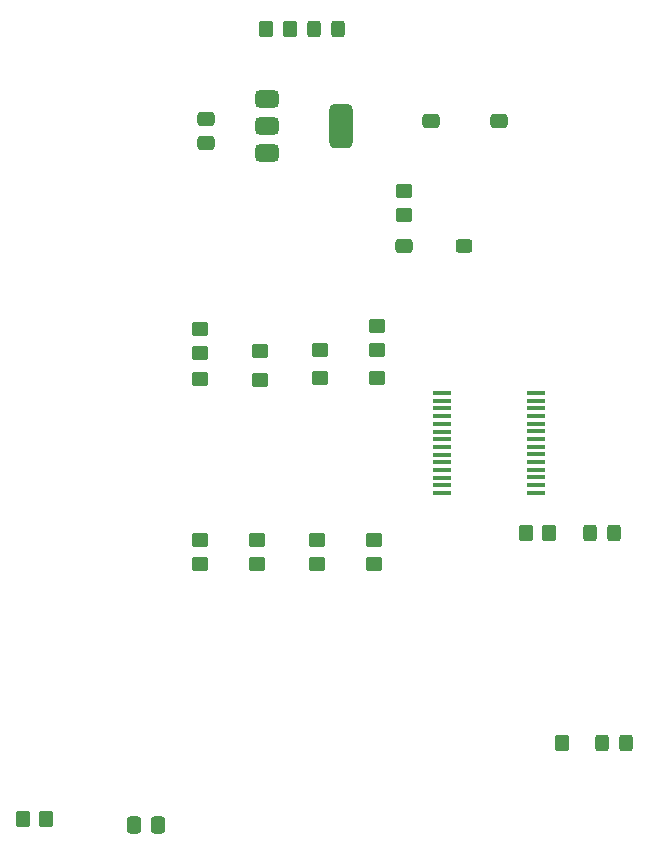
<source format=gbr>
%TF.GenerationSoftware,KiCad,Pcbnew,8.0.1*%
%TF.CreationDate,2024-03-27T11:30:44-06:00*%
%TF.ProjectId,ATV_Project_MasterBoard,4154565f-5072-46f6-9a65-63745f4d6173,rev?*%
%TF.SameCoordinates,Original*%
%TF.FileFunction,Paste,Top*%
%TF.FilePolarity,Positive*%
%FSLAX46Y46*%
G04 Gerber Fmt 4.6, Leading zero omitted, Abs format (unit mm)*
G04 Created by KiCad (PCBNEW 8.0.1) date 2024-03-27 11:30:44*
%MOMM*%
%LPD*%
G01*
G04 APERTURE LIST*
G04 Aperture macros list*
%AMRoundRect*
0 Rectangle with rounded corners*
0 $1 Rounding radius*
0 $2 $3 $4 $5 $6 $7 $8 $9 X,Y pos of 4 corners*
0 Add a 4 corners polygon primitive as box body*
4,1,4,$2,$3,$4,$5,$6,$7,$8,$9,$2,$3,0*
0 Add four circle primitives for the rounded corners*
1,1,$1+$1,$2,$3*
1,1,$1+$1,$4,$5*
1,1,$1+$1,$6,$7*
1,1,$1+$1,$8,$9*
0 Add four rect primitives between the rounded corners*
20,1,$1+$1,$2,$3,$4,$5,0*
20,1,$1+$1,$4,$5,$6,$7,0*
20,1,$1+$1,$6,$7,$8,$9,0*
20,1,$1+$1,$8,$9,$2,$3,0*%
G04 Aperture macros list end*
%ADD10RoundRect,0.375000X-0.625000X-0.375000X0.625000X-0.375000X0.625000X0.375000X-0.625000X0.375000X0*%
%ADD11RoundRect,0.500000X-0.500000X-1.400000X0.500000X-1.400000X0.500000X1.400000X-0.500000X1.400000X0*%
%ADD12R,1.500000X0.380000*%
%ADD13RoundRect,0.250000X0.450000X-0.350000X0.450000X0.350000X-0.450000X0.350000X-0.450000X-0.350000X0*%
%ADD14RoundRect,0.250000X-0.450000X0.350000X-0.450000X-0.350000X0.450000X-0.350000X0.450000X0.350000X0*%
%ADD15RoundRect,0.250000X0.350000X0.450000X-0.350000X0.450000X-0.350000X-0.450000X0.350000X-0.450000X0*%
%ADD16RoundRect,0.250000X-0.350000X-0.450000X0.350000X-0.450000X0.350000X0.450000X-0.350000X0.450000X0*%
%ADD17RoundRect,0.250000X-0.325000X-0.450000X0.325000X-0.450000X0.325000X0.450000X-0.325000X0.450000X0*%
%ADD18RoundRect,0.250000X0.450000X-0.325000X0.450000X0.325000X-0.450000X0.325000X-0.450000X-0.325000X0*%
%ADD19RoundRect,0.250000X-0.337500X-0.475000X0.337500X-0.475000X0.337500X0.475000X-0.337500X0.475000X0*%
%ADD20RoundRect,0.250000X0.475000X-0.337500X0.475000X0.337500X-0.475000X0.337500X-0.475000X-0.337500X0*%
%ADD21RoundRect,0.250000X-0.475000X0.337500X-0.475000X-0.337500X0.475000X-0.337500X0.475000X0.337500X0*%
G04 APERTURE END LIST*
D10*
%TO.C,U2*%
X155764500Y-67423000D03*
X155764500Y-69723000D03*
D11*
X162064500Y-69723000D03*
D10*
X155764500Y-72023000D03*
%TD*%
D12*
%TO.C,U1*%
X178574500Y-92321000D03*
X178574500Y-92971000D03*
X178574500Y-93621000D03*
X178574500Y-94271000D03*
X178574500Y-94921000D03*
X178574500Y-95571000D03*
X178574500Y-96221000D03*
X178574500Y-96871000D03*
X178574500Y-97521000D03*
X178574500Y-98171000D03*
X178574500Y-98821000D03*
X178574500Y-99471000D03*
X178574500Y-100121000D03*
X178574500Y-100771000D03*
X170605700Y-100780800D03*
X170605700Y-100130800D03*
X170605700Y-99480800D03*
X170605700Y-98830800D03*
X170605700Y-98180800D03*
X170605700Y-97530800D03*
X170605700Y-96880800D03*
X170605700Y-96230800D03*
X170605700Y-95580800D03*
X170605700Y-94930800D03*
X170605700Y-94280800D03*
X170605700Y-93630800D03*
X170605700Y-92980800D03*
X170605700Y-92330800D03*
%TD*%
D13*
%TO.C,R17*%
X165112500Y-91091000D03*
%TD*%
%TO.C,R16*%
X160286500Y-91091000D03*
%TD*%
%TO.C,R15*%
X155183500Y-91233000D03*
%TD*%
%TO.C,R14*%
X150103500Y-91124750D03*
%TD*%
D14*
%TO.C,R13*%
X150115000Y-86917750D03*
X150115000Y-88917750D03*
%TD*%
%TO.C,R12*%
X155195000Y-88756000D03*
%TD*%
%TO.C,R11*%
X160275000Y-88646000D03*
%TD*%
%TO.C,R10*%
X165101000Y-86646000D03*
X165101000Y-88646000D03*
%TD*%
D13*
%TO.C,R9*%
X164858500Y-104791000D03*
X164858500Y-106791000D03*
%TD*%
%TO.C,R8*%
X160032500Y-104791000D03*
X160032500Y-106791000D03*
%TD*%
%TO.C,R7*%
X154952500Y-104775000D03*
X154952500Y-106775000D03*
%TD*%
D15*
%TO.C,R6*%
X157739500Y-61468000D03*
X155739500Y-61468000D03*
%TD*%
D13*
%TO.C,R5*%
X150126500Y-104759000D03*
X150126500Y-106759000D03*
%TD*%
D16*
%TO.C,R4*%
X137093000Y-128397000D03*
X135093000Y-128397000D03*
%TD*%
D14*
%TO.C,R3*%
X167398500Y-75209000D03*
X167398500Y-77209000D03*
%TD*%
D15*
%TO.C,R2*%
X179705000Y-104140000D03*
X177705000Y-104140000D03*
%TD*%
%TO.C,R1*%
X180730000Y-121920000D03*
%TD*%
D17*
%TO.C,D6*%
X159794500Y-61468000D03*
X161844500Y-61468000D03*
%TD*%
D18*
%TO.C,D3*%
X172478500Y-79874000D03*
%TD*%
D17*
%TO.C,D2*%
X183125000Y-104140000D03*
X185175000Y-104140000D03*
%TD*%
%TO.C,D1*%
X184150000Y-121920000D03*
X186200000Y-121920000D03*
%TD*%
D19*
%TO.C,C5*%
X146592000Y-128905000D03*
X144517000Y-128905000D03*
%TD*%
D20*
%TO.C,C4*%
X175424500Y-69258000D03*
%TD*%
%TO.C,C3*%
X169709500Y-69258000D03*
%TD*%
%TO.C,C2*%
X150659500Y-71163000D03*
X150659500Y-69088000D03*
%TD*%
D21*
%TO.C,C1*%
X167398500Y-79849000D03*
%TD*%
M02*

</source>
